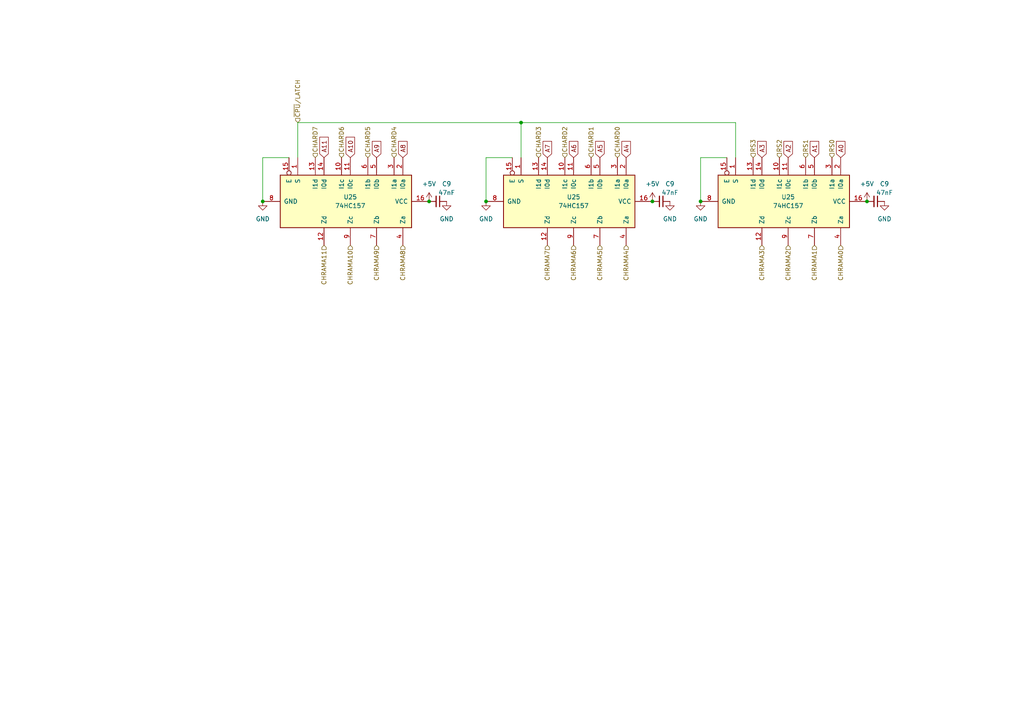
<source format=kicad_sch>
(kicad_sch (version 20230121) (generator eeschema)
  (paper "A4")
  (lib_symbols
    (symbol "74xx:74LS157" (pin_names (offset 1.016))
      (property "Reference" "U" (at -7.62 19.05 0))
      (property "Value" "74LS157" (at -7.62 -21.59 0))
      (symbol "74LS157_1_0"
        (pin input line (at -12.7 -15.24 0) (length 5.08) (name "S") (number "1"))
        (pin input line (at -12.7 -2.54 0) (length 5.08) (name "I1c") (number "10"))
        (pin input line (at -12.7 0 0) (length 5.08) (name "I0c") (number "11"))
        (pin output line (at 12.7 -7.62 180) (length 5.08) (name "Zd") (number "12"))
        (pin input line (at -12.7 -10.16 0) (length 5.08) (name "I1d") (number "13"))
        (pin input line (at -12.7 -7.62 0) (length 5.08) (name "I0d") (number "14"))
        (pin input inverted (at -12.7 -17.78 0) (length 5.08) (name "E") (number "15"))
        (pin power_in line (at 0 22.86 270) (length 5.08) (name "VCC") (number "16"))
        (pin input line (at -12.7 15.24 0) (length 5.08) (name "I0a") (number "2"))
        (pin input line (at -12.7 12.7 0) (length 5.08) (name "I1a") (number "3"))
        (pin output line (at 12.7 15.24 180) (length 5.08) (name "Za") (number "4"))
        (pin input line (at -12.7 7.62 0) (length 5.08) (name "I0b") (number "5"))
        (pin input line (at -12.7 5.08 0) (length 5.08) (name "I1b") (number "6"))
        (pin output line (at 12.7 7.62 180) (length 5.08) (name "Zb") (number "7"))
        (pin power_in line (at 0 -25.4 90) (length 5.08) (name "GND") (number "8"))
        (pin output line (at 12.7 0 180) (length 5.08) (name "Zc") (number "9"))
      )
      (symbol "74LS157_1_1"
        (rectangle (start -7.62 17.78) (end 7.62 -20.32) (stroke (width 0.254)) (fill (type background)))
      )
    )
    (symbol "Device:C_Small" (pin_numbers hide) (pin_names (offset 0.254) hide)
      (property "Reference" "C" (at 0.254 1.778 0))
      (property "Value" "C_Small" (at 0.254 -2.032 0))
      (symbol "C_Small_0_1"
        (polyline (pts (xy -1.524 -0.508) (xy 1.524 -0.508)) (stroke (width 0.3302)))
        (polyline (pts (xy -1.524 0.508) (xy 1.524 0.508)) (stroke (width 0.3048)))
      )
      (symbol "C_Small_1_1"
        (pin passive line (at 0 2.54 270) (length 2.032) (name "~") (number "1"))
        (pin passive line (at 0 -2.54 90) (length 2.032) (name "~") (number "2"))
      )
    )
    (symbol "power:+5V" (power) (pin_names (offset 0))
      (property "Value" "+5V" (at 0 3.556 0))
      (symbol "+5V_0_1"
        (polyline (pts (xy -0.762 1.27) (xy 0 2.54)))
        (polyline (pts (xy 0 0) (xy 0 2.54)))
        (polyline (pts (xy 0 2.54) (xy 0.762 1.27)))
      )
      (symbol "+5V_1_1"
        (pin power_in line (at 0 0 90) (length 0) hide (name "+5V") (number "1"))
      )
    )
    (symbol "power:GND" (power) (pin_names (offset 0))
      (property "Value" "GND" (at 0 -3.81 0))
      (symbol "GND_0_1"
        (polyline (pts (xy 0 0) (xy 0 -1.27) (xy 1.27 -1.27) (xy 0 -2.54) (xy -1.27 -1.27) (xy 0 -1.27)))
      )
      (symbol "GND_1_1"
        (pin power_in line (at 0 0 270) (length 0) hide (name "GND") (number "1"))
      )
    )
  )
  (junction (at 251.46 58.42))
  (junction (at 203.2 58.42))
  (junction (at 151.13 35.56))
  (junction (at 76.2 58.42))
  (junction (at 124.46 58.42))
  (junction (at 189.23 58.42))
  (junction (at 140.97 58.42))
  (wire (pts (xy 213.36 35.56) (xy 151.13 35.56)))
  (wire (pts (xy 76.2 45.72) (xy 76.2 58.42)))
  (wire (pts (xy 83.82 45.72) (xy 76.2 45.72)))
  (wire (pts (xy 151.13 45.72) (xy 151.13 35.56)))
  (wire (pts (xy 203.2 45.72) (xy 203.2 58.42)))
  (wire (pts (xy 210.82 45.72) (xy 203.2 45.72)))
  (wire (pts (xy 148.59 45.72) (xy 140.97 45.72)))
  (wire (pts (xy 86.36 35.56) (xy 86.36 45.72)))
  (wire (pts (xy 140.97 45.72) (xy 140.97 58.42)))
  (wire (pts (xy 213.36 45.72) (xy 213.36 35.56)))
  (wire (pts (xy 86.36 35.56) (xy 151.13 35.56)))
  (global_label "A10" (shape input) (at 101.6 45.72 90) (property "Intersheetrefs" "${INTERSHEET_REFS}" (effects hide)))
  (global_label "A9" (shape input) (at 109.22 45.72 90) (property "Intersheetrefs" "${INTERSHEET_REFS}" (effects hide)))
  (global_label "A3" (shape input) (at 220.98 45.72 90) (property "Intersheetrefs" "${INTERSHEET_REFS}" (effects hide)))
  (global_label "A7" (shape input) (at 158.75 45.72 90) (property "Intersheetrefs" "${INTERSHEET_REFS}" (effects hide)))
  (global_label "A2" (shape input) (at 228.6 45.72 90) (property "Intersheetrefs" "${INTERSHEET_REFS}" (effects hide)))
  (global_label "A11" (shape input) (at 93.98 45.72 90) (property "Intersheetrefs" "${INTERSHEET_REFS}" (effects hide)))
  (global_label "A6" (shape input) (at 166.37 45.72 90) (property "Intersheetrefs" "${INTERSHEET_REFS}" (effects hide)))
  (global_label "A1" (shape input) (at 236.22 45.72 90) (property "Intersheetrefs" "${INTERSHEET_REFS}" (effects hide)))
  (global_label "A8" (shape input) (at 116.84 45.72 90) (property "Intersheetrefs" "${INTERSHEET_REFS}" (effects hide)))
  (global_label "A4" (shape input) (at 181.61 45.72 90) (property "Intersheetrefs" "${INTERSHEET_REFS}" (effects hide)))
  (global_label "A0" (shape input) (at 243.84 45.72 90) (property "Intersheetrefs" "${INTERSHEET_REFS}" (effects hide)))
  (global_label "A5" (shape input) (at 173.99 45.72 90) (property "Intersheetrefs" "${INTERSHEET_REFS}" (effects hide)))
  (hierarchical_label "CHARD6" (shape input) (at 99.06 45.72 90))
  (hierarchical_label "CHARD3" (shape input) (at 156.21 45.72 90))
  (hierarchical_label "RS2" (shape input) (at 226.06 45.72 90))
  (hierarchical_label "CHRAMA5" (shape input) (at 173.99 71.12 270))
  (hierarchical_label "CHRAMA1" (shape input) (at 236.22 71.12 270))
  (hierarchical_label "RS0" (shape input) (at 241.3 45.72 90))
  (hierarchical_label "CHRAMA6" (shape input) (at 166.37 71.12 270))
  (hierarchical_label "CHARD2" (shape input) (at 163.83 45.72 90))
  (hierarchical_label "CHARD4" (shape input) (at 114.3 45.72 90))
  (hierarchical_label "CHRAMA4" (shape input) (at 181.61 71.12 270))
  (hierarchical_label "CHRAMA11" (shape input) (at 93.98 71.12 270))
  (hierarchical_label "CHARD5" (shape input) (at 106.68 45.72 90))
  (hierarchical_label "CHRAMA7" (shape input) (at 158.75 71.12 270))
  (hierarchical_label "CHRAMA8" (shape input) (at 116.84 71.12 270))
  (hierarchical_label "CHRAMA10" (shape input) (at 101.6 71.12 270))
  (hierarchical_label "CHARD1" (shape input) (at 171.45 45.72 90))
  (hierarchical_label "CHRAMA3" (shape input) (at 220.98 71.12 270))
  (hierarchical_label "CHARD7" (shape input) (at 91.44 45.72 90))
  (hierarchical_label "CHRAMA9" (shape input) (at 109.22 71.12 270))
  (hierarchical_label "CHARD0" (shape input) (at 179.07 45.72 90))
  (hierarchical_label "~{CPU}{slash}LATCH" (shape input) (at 86.36 35.56 90))
  (hierarchical_label "CHRAMA0" (shape input) (at 243.84 71.12 270))
  (hierarchical_label "CHRAMA2" (shape input) (at 228.6 71.12 270))
  (hierarchical_label "RS3" (shape input) (at 218.44 45.72 90))
  (hierarchical_label "RS1" (shape input) (at 233.68 45.72 90))
  (symbol (lib_id "power:GND") (at 129.54 58.42 0) (mirror y) (unit 1)
    (property "Reference" "#PWR0128" (effects hide))
    (property "Value" "GND" (at 129.54 63.5 0))
    (instances (project "Micro" (path "" (reference "#PWR0128") (unit 1)) (path "" (reference "#PWR0151") (unit 1)) (path "" (reference "#PWR0152") (unit 1))))
  )
  (symbol (lib_id "Device:C_Small") (at 127 58.42 270) (mirror x) (unit 1)
    (property "Reference" "C9" (at 129.54 53.34 90))
    (property "Value" "47nF" (at 129.54 55.88 90))
    (property "Footprint" "Capacitor_SMD:C_0603_1608Metric_Pad1.08x0.95mm_HandSolder" (effects hide))
    (instances (project "Micro" (path "" (reference "C9") (unit 1)) (path "" (reference "C32") (unit 1)) (path "" (reference "C33") (unit 1))))
  )
  (symbol (lib_id "Device:C_Small") (at 254 58.42 270) (mirror x) (unit 1)
    (property "Reference" "C9" (at 256.54 53.34 90))
    (property "Value" "47nF" (at 256.54 55.88 90))
    (property "Footprint" "Capacitor_SMD:C_0603_1608Metric_Pad1.08x0.95mm_HandSolder" (effects hide))
    (instances (project "Micro" (path "" (reference "C9") (unit 1)) (path "" (reference "C36") (unit 1)) (path "" (reference "C37") (unit 1))))
  )
  (symbol (lib_id "74xx:74LS157") (at 228.6 58.42 270) (unit 1)
    (property "Reference" "U25" (at 228.6 57.15 90))
    (property "Value" "74HC157" (at 228.6 59.69 90))
    (property "Footprint" "Package_SO:SOIC-16_3.9x9.9mm_P1.27mm" (effects hide))
    (property "Datasheet" "http://www.ti.com/lit/gpn/sn74LS157" (effects hide))
    (instances (project "Micro" (path "" (reference "U25") (unit 1)) (path "" (reference "U28") (unit 1)) (path "" (reference "U41") (unit 1))))
  )
  (symbol (lib_id "Device:C_Small") (at 191.77 58.42 270) (mirror x) (unit 1)
    (property "Reference" "C9" (at 194.31 53.34 90))
    (property "Value" "47nF" (at 194.31 55.88 90))
    (property "Footprint" "Capacitor_SMD:C_0603_1608Metric_Pad1.08x0.95mm_HandSolder" (effects hide))
    (instances (project "Micro" (path "" (reference "C9") (unit 1)) (path "" (reference "C34") (unit 1)) (path "" (reference "C35") (unit 1))))
  )
  (symbol (lib_id "74xx:74LS157") (at 101.6 58.42 270) (unit 1)
    (property "Reference" "U25" (at 101.6 57.15 90))
    (property "Value" "74HC157" (at 101.6 59.69 90))
    (property "Footprint" "Package_SO:SOIC-16_3.9x9.9mm_P1.27mm" (effects hide))
    (property "Datasheet" "http://www.ti.com/lit/gpn/sn74LS157" (effects hide))
    (instances (project "Micro" (path "" (reference "U25") (unit 1)) (path "" (reference "U26") (unit 1)) (path "" (reference "U39") (unit 1))))
  )
  (symbol (lib_id "power:+5V") (at 189.23 58.42 0) (unit 1)
    (property "Reference" "#PWR044" (effects hide))
    (property "Value" "+5V" (at 189.23 53.34 0))
    (instances (project "Micro" (path "" (reference "#PWR044") (unit 1)) (path "" (reference "#PWR069") (unit 1))))
  )
  (symbol (lib_id "power:GND") (at 194.31 58.42 0) (mirror y) (unit 1)
    (property "Reference" "#PWR0128" (effects hide))
    (property "Value" "GND" (at 194.31 63.5 0))
    (instances (project "Micro" (path "" (reference "#PWR0128") (unit 1)) (path "" (reference "#PWR0153") (unit 1)) (path "" (reference "#PWR0154") (unit 1))))
  )
  (symbol (lib_id "power:GND") (at 256.54 58.42 0) (mirror y) (unit 1)
    (property "Reference" "#PWR0128" (effects hide))
    (property "Value" "GND" (at 256.54 63.5 0))
    (instances (project "Micro" (path "" (reference "#PWR0128") (unit 1)) (path "" (reference "#PWR0155") (unit 1)) (path "" (reference "#PWR0156") (unit 1))))
  )
  (symbol (lib_id "power:+5V") (at 251.46 58.42 0) (unit 1)
    (property "Reference" "#PWR045" (effects hide))
    (property "Value" "+5V" (at 251.46 53.34 0))
    (instances (project "Micro" (path "" (reference "#PWR045") (unit 1)) (path "" (reference "#PWR071") (unit 1))))
  )
  (symbol (lib_id "power:+5V") (at 124.46 58.42 0) (unit 1)
    (property "Reference" "#PWR043" (effects hide))
    (property "Value" "+5V" (at 124.46 53.34 0))
    (instances (project "Micro" (path "" (reference "#PWR043") (unit 1)) (path "" (reference "#PWR067") (unit 1))))
  )
  (symbol (lib_id "power:GND") (at 203.2 58.42 0) (unit 1)
    (property "Reference" "#PWR049" (effects hide))
    (property "Value" "GND" (at 203.2 63.5 0))
    (instances (project "Micro" (path "" (reference "#PWR049") (unit 1)) (path "" (reference "#PWR070") (unit 1))))
  )
  (symbol (lib_id "74xx:74LS157") (at 166.37 58.42 270) (unit 1)
    (property "Reference" "U25" (at 166.37 57.15 90))
    (property "Value" "74HC157" (at 166.37 59.69 90))
    (property "Footprint" "Package_SO:SOIC-16_3.9x9.9mm_P1.27mm" (effects hide))
    (property "Datasheet" "http://www.ti.com/lit/gpn/sn74LS157" (effects hide))
    (instances (project "Micro" (path "" (reference "U25") (unit 1)) (path "" (reference "U27") (unit 1)) (path "" (reference "U40") (unit 1))))
  )
  (symbol (lib_id "power:GND") (at 140.97 58.42 0) (unit 1)
    (property "Reference" "#PWR048" (effects hide))
    (property "Value" "GND" (at 140.97 63.5 0))
    (instances (project "Micro" (path "" (reference "#PWR048") (unit 1)) (path "" (reference "#PWR068") (unit 1))))
  )
  (symbol (lib_id "power:GND") (at 76.2 58.42 0) (unit 1)
    (property "Reference" "#PWR047" (effects hide))
    (property "Value" "GND" (at 76.2 63.5 0))
    (instances (project "Micro" (path "" (reference "#PWR047") (unit 1)) (path "" (reference "#PWR066") (unit 1))))
  )
)
</source>
